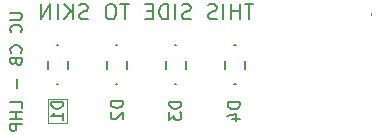
<source format=gbr>
G04 #@! TF.GenerationSoftware,KiCad,Pcbnew,5.0.1*
G04 #@! TF.CreationDate,2018-12-04T10:53:53+13:00*
G04 #@! TF.ProjectId,jake_small,6A616B655F736D616C6C2E6B69636164,rev?*
G04 #@! TF.SameCoordinates,Original*
G04 #@! TF.FileFunction,Legend,Bot*
G04 #@! TF.FilePolarity,Positive*
%FSLAX46Y46*%
G04 Gerber Fmt 4.6, Leading zero omitted, Abs format (unit mm)*
G04 Created by KiCad (PCBNEW 5.0.1) date Tue 04 Dec 2018 10:53:53 NZDT*
%MOMM*%
%LPD*%
G01*
G04 APERTURE LIST*
%ADD10C,0.200000*%
%ADD11C,0.100000*%
%ADD12C,0.150000*%
G04 APERTURE END LIST*
D10*
X156569047Y-41788095D02*
X155826190Y-41788095D01*
X156197619Y-43088095D02*
X156197619Y-41788095D01*
X155392857Y-43088095D02*
X155392857Y-41788095D01*
X155392857Y-42407142D02*
X154650000Y-42407142D01*
X154650000Y-43088095D02*
X154650000Y-41788095D01*
X154030952Y-43088095D02*
X154030952Y-41788095D01*
X153473809Y-43026190D02*
X153288095Y-43088095D01*
X152978571Y-43088095D01*
X152854761Y-43026190D01*
X152792857Y-42964285D01*
X152730952Y-42840476D01*
X152730952Y-42716666D01*
X152792857Y-42592857D01*
X152854761Y-42530952D01*
X152978571Y-42469047D01*
X153226190Y-42407142D01*
X153350000Y-42345238D01*
X153411904Y-42283333D01*
X153473809Y-42159523D01*
X153473809Y-42035714D01*
X153411904Y-41911904D01*
X153350000Y-41850000D01*
X153226190Y-41788095D01*
X152916666Y-41788095D01*
X152730952Y-41850000D01*
X151245238Y-43026190D02*
X151059523Y-43088095D01*
X150750000Y-43088095D01*
X150626190Y-43026190D01*
X150564285Y-42964285D01*
X150502380Y-42840476D01*
X150502380Y-42716666D01*
X150564285Y-42592857D01*
X150626190Y-42530952D01*
X150750000Y-42469047D01*
X150997619Y-42407142D01*
X151121428Y-42345238D01*
X151183333Y-42283333D01*
X151245238Y-42159523D01*
X151245238Y-42035714D01*
X151183333Y-41911904D01*
X151121428Y-41850000D01*
X150997619Y-41788095D01*
X150688095Y-41788095D01*
X150502380Y-41850000D01*
X149945238Y-43088095D02*
X149945238Y-41788095D01*
X149326190Y-43088095D02*
X149326190Y-41788095D01*
X149016666Y-41788095D01*
X148830952Y-41850000D01*
X148707142Y-41973809D01*
X148645238Y-42097619D01*
X148583333Y-42345238D01*
X148583333Y-42530952D01*
X148645238Y-42778571D01*
X148707142Y-42902380D01*
X148830952Y-43026190D01*
X149016666Y-43088095D01*
X149326190Y-43088095D01*
X148026190Y-42407142D02*
X147592857Y-42407142D01*
X147407142Y-43088095D02*
X148026190Y-43088095D01*
X148026190Y-41788095D01*
X147407142Y-41788095D01*
X146045238Y-41788095D02*
X145302380Y-41788095D01*
X145673809Y-43088095D02*
X145673809Y-41788095D01*
X144621428Y-41788095D02*
X144373809Y-41788095D01*
X144250000Y-41850000D01*
X144126190Y-41973809D01*
X144064285Y-42221428D01*
X144064285Y-42654761D01*
X144126190Y-42902380D01*
X144250000Y-43026190D01*
X144373809Y-43088095D01*
X144621428Y-43088095D01*
X144745238Y-43026190D01*
X144869047Y-42902380D01*
X144930952Y-42654761D01*
X144930952Y-42221428D01*
X144869047Y-41973809D01*
X144745238Y-41850000D01*
X144621428Y-41788095D01*
X142578571Y-43026190D02*
X142392857Y-43088095D01*
X142083333Y-43088095D01*
X141959523Y-43026190D01*
X141897619Y-42964285D01*
X141835714Y-42840476D01*
X141835714Y-42716666D01*
X141897619Y-42592857D01*
X141959523Y-42530952D01*
X142083333Y-42469047D01*
X142330952Y-42407142D01*
X142454761Y-42345238D01*
X142516666Y-42283333D01*
X142578571Y-42159523D01*
X142578571Y-42035714D01*
X142516666Y-41911904D01*
X142454761Y-41850000D01*
X142330952Y-41788095D01*
X142021428Y-41788095D01*
X141835714Y-41850000D01*
X141278571Y-43088095D02*
X141278571Y-41788095D01*
X140535714Y-43088095D02*
X141092857Y-42345238D01*
X140535714Y-41788095D02*
X141278571Y-42530952D01*
X139978571Y-43088095D02*
X139978571Y-41788095D01*
X139359523Y-43088095D02*
X139359523Y-41788095D01*
X138616666Y-43088095D01*
X138616666Y-41788095D01*
D11*
X140750000Y-51850000D02*
X140750000Y-49850000D01*
X139150000Y-51850000D02*
X140750000Y-51850000D01*
X166500000Y-42550000D02*
X166500000Y-42750000D01*
X139150000Y-49850000D02*
X139150000Y-51850000D01*
X140750000Y-49850000D02*
X139150000Y-49850000D01*
D12*
X135952380Y-42523809D02*
X136761904Y-42523809D01*
X136857142Y-42571428D01*
X136904761Y-42619047D01*
X136952380Y-42714285D01*
X136952380Y-42904761D01*
X136904761Y-43000000D01*
X136857142Y-43047619D01*
X136761904Y-43095238D01*
X135952380Y-43095238D01*
X136857142Y-44142857D02*
X136904761Y-44095238D01*
X136952380Y-43952380D01*
X136952380Y-43857142D01*
X136904761Y-43714285D01*
X136809523Y-43619047D01*
X136714285Y-43571428D01*
X136523809Y-43523809D01*
X136380952Y-43523809D01*
X136190476Y-43571428D01*
X136095238Y-43619047D01*
X136000000Y-43714285D01*
X135952380Y-43857142D01*
X135952380Y-43952380D01*
X136000000Y-44095238D01*
X136047619Y-44142857D01*
X136857142Y-45904761D02*
X136904761Y-45857142D01*
X136952380Y-45714285D01*
X136952380Y-45619047D01*
X136904761Y-45476190D01*
X136809523Y-45380952D01*
X136714285Y-45333333D01*
X136523809Y-45285714D01*
X136380952Y-45285714D01*
X136190476Y-45333333D01*
X136095238Y-45380952D01*
X136000000Y-45476190D01*
X135952380Y-45619047D01*
X135952380Y-45714285D01*
X136000000Y-45857142D01*
X136047619Y-45904761D01*
X136428571Y-46666666D02*
X136476190Y-46809523D01*
X136523809Y-46857142D01*
X136619047Y-46904761D01*
X136761904Y-46904761D01*
X136857142Y-46857142D01*
X136904761Y-46809523D01*
X136952380Y-46714285D01*
X136952380Y-46333333D01*
X135952380Y-46333333D01*
X135952380Y-46666666D01*
X136000000Y-46761904D01*
X136047619Y-46809523D01*
X136142857Y-46857142D01*
X136238095Y-46857142D01*
X136333333Y-46809523D01*
X136380952Y-46761904D01*
X136428571Y-46666666D01*
X136428571Y-46333333D01*
X136571428Y-48095238D02*
X136571428Y-48857142D01*
X136952380Y-50571428D02*
X136952380Y-50095238D01*
X135952380Y-50095238D01*
X136952380Y-50904761D02*
X135952380Y-50904761D01*
X136428571Y-50904761D02*
X136428571Y-51476190D01*
X136952380Y-51476190D02*
X135952380Y-51476190D01*
X136952380Y-51952380D02*
X135952380Y-51952380D01*
X135952380Y-52333333D01*
X136000000Y-52428571D01*
X136047619Y-52476190D01*
X136142857Y-52523809D01*
X136285714Y-52523809D01*
X136380952Y-52476190D01*
X136428571Y-52428571D01*
X136476190Y-52333333D01*
X136476190Y-51952380D01*
G04 #@! TO.C,D2*
X144950000Y-48568048D02*
X145050000Y-48568048D01*
X145050000Y-45268048D02*
X144950000Y-45268048D01*
X145850000Y-47268048D02*
X145850000Y-46568048D01*
X144150000Y-47268048D02*
X144150000Y-46568048D01*
G04 #@! TO.C,D1*
X139150000Y-47268048D02*
X139150000Y-46568048D01*
X140850000Y-47268048D02*
X140850000Y-46568048D01*
X140050000Y-45268048D02*
X139950000Y-45268048D01*
X139950000Y-48568048D02*
X140050000Y-48568048D01*
G04 #@! TO.C,D3*
X149150000Y-47268048D02*
X149150000Y-46568048D01*
X150850000Y-47268048D02*
X150850000Y-46568048D01*
X150050000Y-45268048D02*
X149950000Y-45268048D01*
X149950000Y-48568048D02*
X150050000Y-48568048D01*
G04 #@! TO.C,D4*
X154950000Y-48568048D02*
X155050000Y-48568048D01*
X155050000Y-45268048D02*
X154950000Y-45268048D01*
X155850000Y-47268048D02*
X155850000Y-46568048D01*
X154150000Y-47268048D02*
X154150000Y-46568048D01*
G04 #@! TO.C,D2*
X145502380Y-50011904D02*
X144502380Y-50011904D01*
X144502380Y-50250000D01*
X144550000Y-50392857D01*
X144645238Y-50488095D01*
X144740476Y-50535714D01*
X144930952Y-50583333D01*
X145073809Y-50583333D01*
X145264285Y-50535714D01*
X145359523Y-50488095D01*
X145454761Y-50392857D01*
X145502380Y-50250000D01*
X145502380Y-50011904D01*
X144597619Y-50964285D02*
X144550000Y-51011904D01*
X144502380Y-51107142D01*
X144502380Y-51345238D01*
X144550000Y-51440476D01*
X144597619Y-51488095D01*
X144692857Y-51535714D01*
X144788095Y-51535714D01*
X144930952Y-51488095D01*
X145502380Y-50916666D01*
X145502380Y-51535714D01*
G04 #@! TO.C,D1*
X140452380Y-50061904D02*
X139452380Y-50061904D01*
X139452380Y-50300000D01*
X139500000Y-50442857D01*
X139595238Y-50538095D01*
X139690476Y-50585714D01*
X139880952Y-50633333D01*
X140023809Y-50633333D01*
X140214285Y-50585714D01*
X140309523Y-50538095D01*
X140404761Y-50442857D01*
X140452380Y-50300000D01*
X140452380Y-50061904D01*
X140452380Y-51585714D02*
X140452380Y-51014285D01*
X140452380Y-51300000D02*
X139452380Y-51300000D01*
X139595238Y-51204761D01*
X139690476Y-51109523D01*
X139738095Y-51014285D01*
G04 #@! TO.C,D3*
X150452380Y-50061904D02*
X149452380Y-50061904D01*
X149452380Y-50300000D01*
X149500000Y-50442857D01*
X149595238Y-50538095D01*
X149690476Y-50585714D01*
X149880952Y-50633333D01*
X150023809Y-50633333D01*
X150214285Y-50585714D01*
X150309523Y-50538095D01*
X150404761Y-50442857D01*
X150452380Y-50300000D01*
X150452380Y-50061904D01*
X149452380Y-50966666D02*
X149452380Y-51585714D01*
X149833333Y-51252380D01*
X149833333Y-51395238D01*
X149880952Y-51490476D01*
X149928571Y-51538095D01*
X150023809Y-51585714D01*
X150261904Y-51585714D01*
X150357142Y-51538095D01*
X150404761Y-51490476D01*
X150452380Y-51395238D01*
X150452380Y-51109523D01*
X150404761Y-51014285D01*
X150357142Y-50966666D01*
G04 #@! TO.C,D4*
X155402380Y-50111904D02*
X154402380Y-50111904D01*
X154402380Y-50350000D01*
X154450000Y-50492857D01*
X154545238Y-50588095D01*
X154640476Y-50635714D01*
X154830952Y-50683333D01*
X154973809Y-50683333D01*
X155164285Y-50635714D01*
X155259523Y-50588095D01*
X155354761Y-50492857D01*
X155402380Y-50350000D01*
X155402380Y-50111904D01*
X154735714Y-51540476D02*
X155402380Y-51540476D01*
X154354761Y-51302380D02*
X155069047Y-51064285D01*
X155069047Y-51683333D01*
G04 #@! TD*
M02*

</source>
